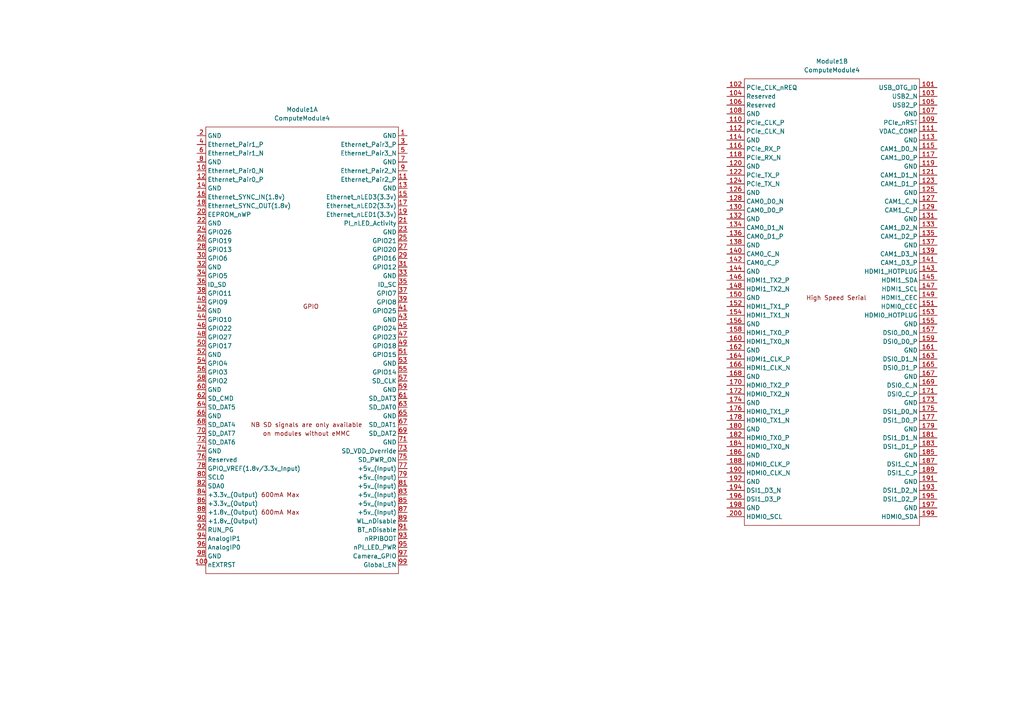
<source format=kicad_sch>
(kicad_sch (version 20250114) (generator "eeschema") (generator_version "9.0")
  (paper "A4")
  (lib_symbols
    (symbol "dz_con:DF40C-100DS-0.4V_51_"
      (property "Reference" "Module?" (at -2.54 61.595 0))
      (property "Value" "ComputeModule4" (at -2.54 59.2836 0))
      (symbol "DF40C-100DS-0.4V_51__1_0"
        (text "GPIO" (at 0 6.35 0) (effects (font (size 1.27 1.27))))
      )
      (symbol "DF40C-100DS-0.4V_51__1_1"
        (rectangle (start -30.48 -71.12) (end 25.4 58.42))
        (text "600mA Max" (at -8.89 -48.26 0) (effects (font (size 1.27 1.27))))
        (text "600mA Max" (at -8.89 -53.34 0) (effects (font (size 1.27 1.27))))
        (text "NB SD signals are only available" (at -1.27 -27.94 0) (effects (font (size 1.27 1.27))))
        (text "on modules without eMMC" (at -1.27 -30.48 0) (effects (font (size 1.27 1.27))))
        (pin power_in line (at -33.02 55.88 0) (length 2.54) (name "GND") (number "2"))
        (pin passive line (at -33.02 53.34 0) (length 2.54) (name "Ethernet_Pair1_P") (number "4"))
        (pin passive line (at -33.02 50.8 0) (length 2.54) (name "Ethernet_Pair1_N") (number "6"))
        (pin power_in line (at -33.02 48.26 0) (length 2.54) (name "GND") (number "8"))
        (pin passive line (at -33.02 45.72 0) (length 2.54) (name "Ethernet_Pair0_N") (number "10"))
        (pin passive line (at -33.02 43.18 0) (length 2.54) (name "Ethernet_Pair0_P") (number "12"))
        (pin power_in line (at -33.02 40.64 0) (length 2.54) (name "GND") (number "14"))
        (pin input line (at -33.02 38.1 0) (length 2.54) (name "Ethernet_SYNC_IN(1.8v)") (number "16"))
        (pin input line (at -33.02 35.56 0) (length 2.54) (name "Ethernet_SYNC_OUT(1.8v)") (number "18"))
        (pin passive line (at -33.02 33.02 0) (length 2.54) (name "EEPROM_nWP") (number "20"))
        (pin power_in line (at -33.02 30.48 0) (length 2.54) (name "GND") (number "22"))
        (pin passive line (at -33.02 27.94 0) (length 2.54) (name "GPIO26") (number "24"))
        (pin passive line (at -33.02 25.4 0) (length 2.54) (name "GPIO19") (number "26"))
        (pin passive line (at -33.02 22.86 0) (length 2.54) (name "GPIO13") (number "28"))
        (pin passive line (at -33.02 20.32 0) (length 2.54) (name "GPIO6") (number "30"))
        (pin power_in line (at -33.02 17.78 0) (length 2.54) (name "GND") (number "32"))
        (pin passive line (at -33.02 15.24 0) (length 2.54) (name "GPIO5") (number "34"))
        (pin passive line (at -33.02 12.7 0) (length 2.54) (name "ID_SD") (number "36"))
        (pin passive line (at -33.02 10.16 0) (length 2.54) (name "GPIO11") (number "38"))
        (pin passive line (at -33.02 7.62 0) (length 2.54) (name "GPIO9") (number "40"))
        (pin power_in line (at -33.02 5.08 0) (length 2.54) (name "GND") (number "42"))
        (pin passive line (at -33.02 2.54 0) (length 2.54) (name "GPIO10") (number "44"))
        (pin passive line (at -33.02 0 0) (length 2.54) (name "GPIO22") (number "46"))
        (pin passive line (at -33.02 -2.54 0) (length 2.54) (name "GPIO27") (number "48"))
        (pin passive line (at -33.02 -5.08 0) (length 2.54) (name "GPIO17") (number "50"))
        (pin power_in line (at -33.02 -7.62 0) (length 2.54) (name "GND") (number "52"))
        (pin passive line (at -33.02 -10.16 0) (length 2.54) (name "GPIO4") (number "54"))
        (pin passive line (at -33.02 -12.7 0) (length 2.54) (name "GPIO3") (number "56"))
        (pin passive line (at -33.02 -15.24 0) (length 2.54) (name "GPIO2") (number "58"))
        (pin power_in line (at -33.02 -17.78 0) (length 2.54) (name "GND") (number "60"))
        (pin passive line (at -33.02 -20.32 0) (length 2.54) (name "SD_CMD") (number "62"))
        (pin passive line (at -33.02 -22.86 0) (length 2.54) (name "SD_DAT5") (number "64"))
        (pin power_in line (at -33.02 -25.4 0) (length 2.54) (name "GND") (number "66"))
        (pin passive line (at -33.02 -27.94 0) (length 2.54) (name "SD_DAT4") (number "68"))
        (pin passive line (at -33.02 -30.48 0) (length 2.54) (name "SD_DAT7") (number "70"))
        (pin passive line (at -33.02 -33.02 0) (length 2.54) (name "SD_DAT6") (number "72"))
        (pin power_in line (at -33.02 -35.56 0) (length 2.54) (name "GND") (number "74"))
        (pin passive line (at -33.02 -38.1 0) (length 2.54) (name "Reserved") (number "76"))
        (pin power_in line (at -33.02 -40.64 0) (length 2.54) (name "GPIO_VREF(1.8v/3.3v_Input)") (number "78"))
        (pin passive line (at -33.02 -43.18 0) (length 2.54) (name "SCL0") (number "80"))
        (pin passive line (at -33.02 -45.72 0) (length 2.54) (name "SDA0") (number "82"))
        (pin power_out line (at -33.02 -48.26 0) (length 2.54) (name "+3.3v_(Output)") (number "84"))
        (pin power_out line (at -33.02 -50.8 0) (length 2.54) (name "+3.3v_(Output)") (number "86"))
        (pin power_out line (at -33.02 -53.34 0) (length 2.54) (name "+1.8v_(Output)") (number "88"))
        (pin power_out line (at -33.02 -55.88 0) (length 2.54) (name "+1.8v_(Output)") (number "90"))
        (pin passive line (at -33.02 -58.42 0) (length 2.54) (name "RUN_PG") (number "92"))
        (pin passive line (at -33.02 -60.96 0) (length 2.54) (name "AnalogIP1") (number "94"))
        (pin passive line (at -33.02 -63.5 0) (length 2.54) (name "AnalogIP0") (number "96"))
        (pin power_in line (at -33.02 -66.04 0) (length 2.54) (name "GND") (number "98"))
        (pin output line (at -33.02 -68.58 0) (length 2.54) (name "nEXTRST") (number "100"))
        (pin power_in line (at 27.94 55.88 180) (length 2.54) (name "GND") (number "1"))
        (pin passive line (at 27.94 53.34 180) (length 2.54) (name "Ethernet_Pair3_P") (number "3"))
        (pin passive line (at 27.94 50.8 180) (length 2.54) (name "Ethernet_Pair3_N") (number "5"))
        (pin power_in line (at 27.94 48.26 180) (length 2.54) (name "GND") (number "7"))
        (pin passive line (at 27.94 45.72 180) (length 2.54) (name "Ethernet_Pair2_N") (number "9"))
        (pin passive line (at 27.94 43.18 180) (length 2.54) (name "Ethernet_Pair2_P") (number "11"))
        (pin power_in line (at 27.94 40.64 180) (length 2.54) (name "GND") (number "13"))
        (pin output line (at 27.94 38.1 180) (length 2.54) (name "Ethernet_nLED3(3.3v)") (number "15"))
        (pin output line (at 27.94 35.56 180) (length 2.54) (name "Ethernet_nLED2(3.3v)") (number "17"))
        (pin output line (at 27.94 33.02 180) (length 2.54) (name "Ethernet_nLED1(3.3v)") (number "19"))
        (pin open_collector line (at 27.94 30.48 180) (length 2.54) (name "PI_nLED_Activity") (number "21"))
        (pin power_in line (at 27.94 27.94 180) (length 2.54) (name "GND") (number "23"))
        (pin passive line (at 27.94 25.4 180) (length 2.54) (name "GPIO21") (number "25"))
        (pin passive line (at 27.94 22.86 180) (length 2.54) (name "GPIO20") (number "27"))
        (pin passive line (at 27.94 20.32 180) (length 2.54) (name "GPIO16") (number "29"))
        (pin passive line (at 27.94 17.78 180) (length 2.54) (name "GPIO12") (number "31"))
        (pin power_in line (at 27.94 15.24 180) (length 2.54) (name "GND") (number "33"))
        (pin passive line (at 27.94 12.7 180) (length 2.54) (name "ID_SC") (number "35"))
        (pin passive line (at 27.94 10.16 180) (length 2.54) (name "GPIO7") (number "37"))
        (pin passive line (at 27.94 7.62 180) (length 2.54) (name "GPIO8") (number "39"))
        (pin passive line (at 27.94 5.08 180) (length 2.54) (name "GPIO25") (number "41"))
        (pin power_in line (at 27.94 2.54 180) (length 2.54) (name "GND") (number "43"))
        (pin passive line (at 27.94 0 180) (length 2.54) (name "GPIO24") (number "45"))
        (pin passive line (at 27.94 -2.54 180) (length 2.54) (name "GPIO23") (number "47"))
        (pin passive line (at 27.94 -5.08 180) (length 2.54) (name "GPIO18") (number "49"))
        (pin passive line (at 27.94 -7.62 180) (length 2.54) (name "GPIO15") (number "51"))
        (pin power_in line (at 27.94 -10.16 180) (length 2.54) (name "GND") (number "53"))
        (pin passive line (at 27.94 -12.7 180) (length 2.54) (name "GPIO14") (number "55"))
        (pin passive line (at 27.94 -15.24 180) (length 2.54) (name "SD_CLK") (number "57"))
        (pin power_in line (at 27.94 -17.78 180) (length 2.54) (name "GND") (number "59"))
        (pin passive line (at 27.94 -20.32 180) (length 2.54) (name "SD_DAT3") (number "61"))
        (pin passive line (at 27.94 -22.86 180) (length 2.54) (name "SD_DAT0") (number "63"))
        (pin power_in line (at 27.94 -25.4 180) (length 2.54) (name "GND") (number "65"))
        (pin passive line (at 27.94 -27.94 180) (length 2.54) (name "SD_DAT1") (number "67"))
        (pin passive line (at 27.94 -30.48 180) (length 2.54) (name "SD_DAT2") (number "69"))
        (pin power_in line (at 27.94 -33.02 180) (length 2.54) (name "GND") (number "71"))
        (pin input line (at 27.94 -35.56 180) (length 2.54) (name "SD_VDD_Override") (number "73"))
        (pin output line (at 27.94 -38.1 180) (length 2.54) (name "SD_PWR_ON") (number "75"))
        (pin power_in line (at 27.94 -40.64 180) (length 2.54) (name "+5v_(Input)") (number "77"))
        (pin power_in line (at 27.94 -43.18 180) (length 2.54) (name "+5v_(Input)") (number "79"))
        (pin power_in line (at 27.94 -45.72 180) (length 2.54) (name "+5v_(Input)") (number "81"))
        (pin power_in line (at 27.94 -48.26 180) (length 2.54) (name "+5v_(Input)") (number "83"))
        (pin power_in line (at 27.94 -50.8 180) (length 2.54) (name "+5v_(Input)") (number "85"))
        (pin power_in line (at 27.94 -53.34 180) (length 2.54) (name "+5v_(Input)") (number "87"))
        (pin input line (at 27.94 -55.88 180) (length 2.54) (name "WL_nDisable") (number "89"))
        (pin input line (at 27.94 -58.42 180) (length 2.54) (name "BT_nDisable") (number "91"))
        (pin input line (at 27.94 -60.96 180) (length 2.54) (name "nRPIBOOT") (number "93"))
        (pin output line (at 27.94 -63.5 180) (length 2.54) (name "nPI_LED_PWR") (number "95"))
        (pin passive line (at 27.94 -66.04 180) (length 2.54) (name "Camera_GPIO") (number "97"))
        (pin input line (at 27.94 -68.58 180) (length 2.54) (name "Global_EN") (number "99"))
      )
      (symbol "DF40C-100DS-0.4V_51__2_1"
        (rectangle (start 114.3 -66.04) (end 165.1 63.5))
        (text "High Speed Serial" (at 140.97 0 0) (effects (font (size 1.27 1.27))))
        (pin input line (at 109.22 60.96 0) (length 5.08) (name "PCIe_CLK_nREQ") (number "102"))
        (pin passive line (at 109.22 58.42 0) (length 5.08) (name "Reserved") (number "104"))
        (pin passive line (at 109.22 55.88 0) (length 5.08) (name "Reserved") (number "106"))
        (pin power_in line (at 109.22 53.34 0) (length 5.08) (name "GND") (number "108"))
        (pin output line (at 109.22 50.8 0) (length 5.08) (name "PCIe_CLK_P") (number "110"))
        (pin output line (at 109.22 48.26 0) (length 5.08) (name "PCIe_CLK_N") (number "112"))
        (pin power_in line (at 109.22 45.72 0) (length 5.08) (name "GND") (number "114"))
        (pin input line (at 109.22 43.18 0) (length 5.08) (name "PCIe_RX_P") (number "116"))
        (pin input line (at 109.22 40.64 0) (length 5.08) (name "PCIe_RX_N") (number "118"))
        (pin power_in line (at 109.22 38.1 0) (length 5.08) (name "GND") (number "120"))
        (pin output line (at 109.22 35.56 0) (length 5.08) (name "PCIe_TX_P") (number "122"))
        (pin output line (at 109.22 33.02 0) (length 5.08) (name "PCIe_TX_N") (number "124"))
        (pin power_in line (at 109.22 30.48 0) (length 5.08) (name "GND") (number "126"))
        (pin input line (at 109.22 27.94 0) (length 5.08) (name "CAM0_D0_N") (number "128"))
        (pin input line (at 109.22 25.4 0) (length 5.08) (name "CAM0_D0_P") (number "130"))
        (pin power_in line (at 109.22 22.86 0) (length 5.08) (name "GND") (number "132"))
        (pin input line (at 109.22 20.32 0) (length 5.08) (name "CAM0_D1_N") (number "134"))
        (pin input line (at 109.22 17.78 0) (length 5.08) (name "CAM0_D1_P") (number "136"))
        (pin power_in line (at 109.22 15.24 0) (length 5.08) (name "GND") (number "138"))
        (pin input line (at 109.22 12.7 0) (length 5.08) (name "CAM0_C_N") (number "140"))
        (pin input line (at 109.22 10.16 0) (length 5.08) (name "CAM0_C_P") (number "142"))
        (pin power_in line (at 109.22 7.62 0) (length 5.08) (name "GND") (number "144"))
        (pin output line (at 109.22 5.08 0) (length 5.08) (name "HDMI1_TX2_P") (number "146"))
        (pin output line (at 109.22 2.54 0) (length 5.08) (name "HDMI1_TX2_N") (number "148"))
        (pin power_in line (at 109.22 0 0) (length 5.08) (name "GND") (number "150"))
        (pin output line (at 109.22 -2.54 0) (length 5.08) (name "HDMI1_TX1_P") (number "152"))
        (pin output line (at 109.22 -5.08 0) (length 5.08) (name "HDMI1_TX1_N") (number "154"))
        (pin power_in line (at 109.22 -7.62 0) (length 5.08) (name "GND") (number "156"))
        (pin output line (at 109.22 -10.16 0) (length 5.08) (name "HDMI1_TX0_P") (number "158"))
        (pin output line (at 109.22 -12.7 0) (length 5.08) (name "HDMI1_TX0_N") (number "160"))
        (pin power_in line (at 109.22 -15.24 0) (length 5.08) (name "GND") (number "162"))
        (pin output line (at 109.22 -17.78 0) (length 5.08) (name "HDMI1_CLK_P") (number "164"))
        (pin output line (at 109.22 -20.32 0) (length 5.08) (name "HDMI1_CLK_N") (number "166"))
        (pin power_in line (at 109.22 -22.86 0) (length 5.08) (name "GND") (number "168"))
        (pin output line (at 109.22 -25.4 0) (length 5.08) (name "HDMI0_TX2_P") (number "170"))
        (pin output line (at 109.22 -27.94 0) (length 5.08) (name "HDMI0_TX2_N") (number "172"))
        (pin power_in line (at 109.22 -30.48 0) (length 5.08) (name "GND") (number "174"))
        (pin output line (at 109.22 -33.02 0) (length 5.08) (name "HDMI0_TX1_P") (number "176"))
        (pin output line (at 109.22 -35.56 0) (length 5.08) (name "HDMI0_TX1_N") (number "178"))
        (pin power_in line (at 109.22 -38.1 0) (length 5.08) (name "GND") (number "180"))
        (pin output line (at 109.22 -40.64 0) (length 5.08) (name "HDMI0_TX0_P") (number "182"))
        (pin output line (at 109.22 -43.18 0) (length 5.08) (name "HDMI0_TX0_N") (number "184"))
        (pin power_in line (at 109.22 -45.72 0) (length 5.08) (name "GND") (number "186"))
        (pin output line (at 109.22 -48.26 0) (length 5.08) (name "HDMI0_CLK_P") (number "188"))
        (pin output line (at 109.22 -50.8 0) (length 5.08) (name "HDMI0_CLK_N") (number "190"))
        (pin power_in line (at 109.22 -53.34 0) (length 5.08) (name "GND") (number "192"))
        (pin output line (at 109.22 -55.88 0) (length 5.08) (name "DSI1_D3_N") (number "194"))
        (pin output line (at 109.22 -58.42 0) (length 5.08) (name "DSI1_D3_P") (number "196"))
        (pin power_in line (at 109.22 -60.96 0) (length 5.08) (name "GND") (number "198"))
        (pin open_collector line (at 109.22 -63.5 0) (length 5.08) (name "HDMI0_SCL") (number "200"))
        (pin input line (at 170.18 60.96 180) (length 5.08) (name "USB_OTG_ID") (number "101"))
        (pin passive line (at 170.18 58.42 180) (length 5.08) (name "USB2_N") (number "103"))
        (pin passive line (at 170.18 55.88 180) (length 5.08) (name "USB2_P") (number "105"))
        (pin power_in line (at 170.18 53.34 180) (length 5.08) (name "GND") (number "107"))
        (pin bidirectional line (at 170.18 50.8 180) (length 5.08) (name "PCIe_nRST") (number "109"))
        (pin passive line (at 170.18 48.26 180) (length 5.08) (name "VDAC_COMP") (number "111"))
        (pin power_in line (at 170.18 45.72 180) (length 5.08) (name "GND") (number "113"))
        (pin input line (at 170.18 43.18 180) (length 5.08) (name "CAM1_D0_N") (number "115"))
        (pin input line (at 170.18 40.64 180) (length 5.08) (name "CAM1_D0_P") (number "117"))
        (pin power_in line (at 170.18 38.1 180) (length 5.08) (name "GND") (number "119"))
        (pin input line (at 170.18 35.56 180) (length 5.08) (name "CAM1_D1_N") (number "121"))
        (pin input line (at 170.18 33.02 180) (length 5.08) (name "CAM1_D1_P") (number "123"))
        (pin power_in line (at 170.18 30.48 180) (length 5.08) (name "GND") (number "125"))
        (pin input line (at 170.18 27.94 180) (length 5.08) (name "CAM1_C_N") (number "127"))
        (pin input line (at 170.18 25.4 180) (length 5.08) (name "CAM1_C_P") (number "129"))
        (pin power_in line (at 170.18 22.86 180) (length 5.08) (name "GND") (number "131"))
        (pin input line (at 170.18 20.32 180) (length 5.08) (name "CAM1_D2_N") (number "133"))
        (pin input line (at 170.18 17.78 180) (length 5.08) (name "CAM1_D2_P") (number "135"))
        (pin power_in line (at 170.18 15.24 180) (length 5.08) (name "GND") (number "137"))
        (pin input line (at 170.18 12.7 180) (length 5.08) (name "CAM1_D3_N") (number "139"))
        (pin input line (at 170.18 10.16 180) (length 5.08) (name "CAM1_D3_P") (number "141"))
        (pin input line (at 170.18 7.62 180) (length 5.08) (name "HDMI1_HOTPLUG") (number "143"))
        (pin bidirectional line (at 170.18 5.08 180) (length 5.08) (name "HDMI1_SDA") (number "145"))
        (pin open_collector line (at 170.18 2.54 180) (length 5.08) (name "HDMI1_SCL") (number "147"))
        (pin open_collector line (at 170.18 0 180) (length 5.08) (name "HDMI1_CEC") (number "149"))
        (pin open_collector line (at 170.18 -2.54 180) (length 5.08) (name "HDMI0_CEC") (number "151"))
        (pin input line (at 170.18 -5.08 180) (length 5.08) (name "HDMI0_HOTPLUG") (number "153"))
        (pin power_in line (at 170.18 -7.62 180) (length 5.08) (name "GND") (number "155"))
        (pin output line (at 170.18 -10.16 180) (length 5.08) (name "DSI0_D0_N") (number "157"))
        (pin output line (at 170.18 -12.7 180) (length 5.08) (name "DSI0_D0_P") (number "159"))
        (pin power_in line (at 170.18 -15.24 180) (length 5.08) (name "GND") (number "161"))
        (pin output line (at 170.18 -17.78 180) (length 5.08) (name "DSI0_D1_N") (number "163"))
        (pin output line (at 170.18 -20.32 180) (length 5.08) (name "DSI0_D1_P") (number "165"))
        (pin power_in line (at 170.18 -22.86 180) (length 5.08) (name "GND") (number "167"))
        (pin output line (at 170.18 -25.4 180) (length 5.08) (name "DSI0_C_N") (number "169"))
        (pin output line (at 170.18 -27.94 180) (length 5.08) (name "DSI0_C_P") (number "171"))
        (pin power_in line (at 170.18 -30.48 180) (length 5.08) (name "GND") (number "173"))
        (pin output line (at 170.18 -33.02 180) (length 5.08) (name "DSI1_D0_N") (number "175"))
        (pin output line (at 170.18 -35.56 180) (length 5.08) (name "DSI1_D0_P") (number "177"))
        (pin power_in line (at 170.18 -38.1 180) (length 5.08) (name "GND") (number "179"))
        (pin output line (at 170.18 -40.64 180) (length 5.08) (name "DSI1_D1_N") (number "181"))
        (pin output line (at 170.18 -43.18 180) (length 5.08) (name "DSI1_D1_P") (number "183"))
        (pin power_in line (at 170.18 -45.72 180) (length 5.08) (name "GND") (number "185"))
        (pin output line (at 170.18 -48.26 180) (length 5.08) (name "DSI1_C_N") (number "187"))
        (pin output line (at 170.18 -50.8 180) (length 5.08) (name "DSI1_C_P") (number "189"))
        (pin power_in line (at 170.18 -53.34 180) (length 5.08) (name "GND") (number "191"))
        (pin output line (at 170.18 -55.88 180) (length 5.08) (name "DSI1_D2_N") (number "193"))
        (pin output line (at 170.18 -58.42 180) (length 5.08) (name "DSI1_D2_P") (number "195"))
        (pin power_in line (at 170.18 -60.96 180) (length 5.08) (name "GND") (number "197"))
        (pin bidirectional line (at 170.18 -63.5 180) (length 5.08) (name "HDMI0_SDA") (number "199"))
      )
    )
  )
  (symbol (lib_id "dz_con:DF40C-100DS-0.4V_51_") (at 101.6 86.36 0) (unit 2)
    (property "Reference" "Module1" (at 241.3 17.78 0))
    (property "Value" "ComputeModule4" (at 241.3 20.32 0))
    (property "Footprint" "CM4IO:Raspberry-Pi-4-Compute-Module" (effects (hide yes)))
    (property "Field4" "Hirose" (effects (hide yes)))
    (property "Field5" "2off DF40C-100DS-0.4V" (effects (hide yes)))
    (property "Field6" "2off DF40C-100DS-0.4V" (effects (hide yes)))
    (property "Field7" "Hirose" (effects (hide yes)))
    (property "Part Description" "	100 Position Connector Receptacle, Center Strip Contacts Surface Mount Gold" (effects (hide yes)))
  )
  (symbol (lib_id "dz_con:DF40C-100DS-0.4V_51_") (at 90.17 95.25 0) (unit 1)
    (property "Reference" "Module1" (at 87.63 31.75 0))
    (property "Value" "ComputeModule4" (at 87.63 34.29 0))
    (property "Footprint" "CM4IO:Raspberry-Pi-4-Compute-Module" (effects (hide yes)))
    (property "Field4" "Hirose" (effects (hide yes)))
    (property "Field5" "2off DF40C-100DS-0.4V" (effects (hide yes)))
    (property "Field6" "2off DF40C-100DS-0.4V" (effects (hide yes)))
    (property "Field7" "Hirose" (effects (hide yes)))
    (property "Part Description" "	100 Position Connector Receptacle, Center Strip Contacts Surface Mount Gold" (effects (hide yes)))
  )
)
</source>
